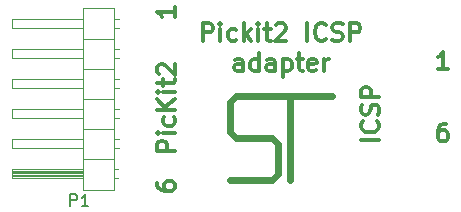
<source format=gbr>
G04 #@! TF.FileFunction,Legend,Top*
%FSLAX46Y46*%
G04 Gerber Fmt 4.6, Leading zero omitted, Abs format (unit mm)*
G04 Created by KiCad (PCBNEW 4.0.7) date 04/27/18 14:39:09*
%MOMM*%
%LPD*%
G01*
G04 APERTURE LIST*
%ADD10C,0.150000*%
%ADD11C,0.300000*%
%ADD12C,0.600000*%
%ADD13C,0.120000*%
G04 APERTURE END LIST*
D10*
D11*
X150653715Y-117669571D02*
X150368001Y-117669571D01*
X150225144Y-117741000D01*
X150153715Y-117812429D01*
X150010858Y-118026714D01*
X149939429Y-118312429D01*
X149939429Y-118883857D01*
X150010858Y-119026714D01*
X150082286Y-119098143D01*
X150225144Y-119169571D01*
X150510858Y-119169571D01*
X150653715Y-119098143D01*
X150725144Y-119026714D01*
X150796572Y-118883857D01*
X150796572Y-118526714D01*
X150725144Y-118383857D01*
X150653715Y-118312429D01*
X150510858Y-118241000D01*
X150225144Y-118241000D01*
X150082286Y-118312429D01*
X150010858Y-118383857D01*
X149939429Y-118526714D01*
X150796572Y-113073571D02*
X149939429Y-113073571D01*
X150368001Y-113073571D02*
X150368001Y-111573571D01*
X150225144Y-111787857D01*
X150082286Y-111930714D01*
X149939429Y-112002143D01*
X127678571Y-107775428D02*
X127678571Y-108632571D01*
X127678571Y-108203999D02*
X126178571Y-108203999D01*
X126392857Y-108346856D01*
X126535714Y-108489714D01*
X126607143Y-108632571D01*
X126178571Y-122650285D02*
X126178571Y-122935999D01*
X126250000Y-123078856D01*
X126321429Y-123150285D01*
X126535714Y-123293142D01*
X126821429Y-123364571D01*
X127392857Y-123364571D01*
X127535714Y-123293142D01*
X127607143Y-123221714D01*
X127678571Y-123078856D01*
X127678571Y-122793142D01*
X127607143Y-122650285D01*
X127535714Y-122578856D01*
X127392857Y-122507428D01*
X127035714Y-122507428D01*
X126892857Y-122578856D01*
X126821429Y-122650285D01*
X126750000Y-122793142D01*
X126750000Y-123078856D01*
X126821429Y-123221714D01*
X126892857Y-123293142D01*
X127035714Y-123364571D01*
D12*
X137414000Y-122428000D02*
X137414000Y-115316000D01*
X132842000Y-115316000D02*
X140970000Y-115316000D01*
X132334000Y-115824000D02*
X132842000Y-115316000D01*
X132334000Y-118364000D02*
X132334000Y-115824000D01*
X132842000Y-118872000D02*
X132334000Y-118364000D01*
X135890000Y-118872000D02*
X132842000Y-118872000D01*
X136398000Y-119380000D02*
X135890000Y-118872000D01*
X136398000Y-121920000D02*
X136398000Y-119380000D01*
X135890000Y-122428000D02*
X136398000Y-121920000D01*
X132334000Y-122428000D02*
X135890000Y-122428000D01*
D11*
X130009143Y-110655571D02*
X130009143Y-109155571D01*
X130580571Y-109155571D01*
X130723429Y-109227000D01*
X130794857Y-109298429D01*
X130866286Y-109441286D01*
X130866286Y-109655571D01*
X130794857Y-109798429D01*
X130723429Y-109869857D01*
X130580571Y-109941286D01*
X130009143Y-109941286D01*
X131509143Y-110655571D02*
X131509143Y-109655571D01*
X131509143Y-109155571D02*
X131437714Y-109227000D01*
X131509143Y-109298429D01*
X131580571Y-109227000D01*
X131509143Y-109155571D01*
X131509143Y-109298429D01*
X132866286Y-110584143D02*
X132723429Y-110655571D01*
X132437715Y-110655571D01*
X132294857Y-110584143D01*
X132223429Y-110512714D01*
X132152000Y-110369857D01*
X132152000Y-109941286D01*
X132223429Y-109798429D01*
X132294857Y-109727000D01*
X132437715Y-109655571D01*
X132723429Y-109655571D01*
X132866286Y-109727000D01*
X133509143Y-110655571D02*
X133509143Y-109155571D01*
X133652000Y-110084143D02*
X134080571Y-110655571D01*
X134080571Y-109655571D02*
X133509143Y-110227000D01*
X134723429Y-110655571D02*
X134723429Y-109655571D01*
X134723429Y-109155571D02*
X134652000Y-109227000D01*
X134723429Y-109298429D01*
X134794857Y-109227000D01*
X134723429Y-109155571D01*
X134723429Y-109298429D01*
X135223429Y-109655571D02*
X135794858Y-109655571D01*
X135437715Y-109155571D02*
X135437715Y-110441286D01*
X135509143Y-110584143D01*
X135652001Y-110655571D01*
X135794858Y-110655571D01*
X136223429Y-109298429D02*
X136294858Y-109227000D01*
X136437715Y-109155571D01*
X136794858Y-109155571D01*
X136937715Y-109227000D01*
X137009144Y-109298429D01*
X137080572Y-109441286D01*
X137080572Y-109584143D01*
X137009144Y-109798429D01*
X136152001Y-110655571D01*
X137080572Y-110655571D01*
X138866286Y-110655571D02*
X138866286Y-109155571D01*
X140437715Y-110512714D02*
X140366286Y-110584143D01*
X140152000Y-110655571D01*
X140009143Y-110655571D01*
X139794858Y-110584143D01*
X139652000Y-110441286D01*
X139580572Y-110298429D01*
X139509143Y-110012714D01*
X139509143Y-109798429D01*
X139580572Y-109512714D01*
X139652000Y-109369857D01*
X139794858Y-109227000D01*
X140009143Y-109155571D01*
X140152000Y-109155571D01*
X140366286Y-109227000D01*
X140437715Y-109298429D01*
X141009143Y-110584143D02*
X141223429Y-110655571D01*
X141580572Y-110655571D01*
X141723429Y-110584143D01*
X141794858Y-110512714D01*
X141866286Y-110369857D01*
X141866286Y-110227000D01*
X141794858Y-110084143D01*
X141723429Y-110012714D01*
X141580572Y-109941286D01*
X141294858Y-109869857D01*
X141152000Y-109798429D01*
X141080572Y-109727000D01*
X141009143Y-109584143D01*
X141009143Y-109441286D01*
X141080572Y-109298429D01*
X141152000Y-109227000D01*
X141294858Y-109155571D01*
X141652000Y-109155571D01*
X141866286Y-109227000D01*
X142509143Y-110655571D02*
X142509143Y-109155571D01*
X143080571Y-109155571D01*
X143223429Y-109227000D01*
X143294857Y-109298429D01*
X143366286Y-109441286D01*
X143366286Y-109655571D01*
X143294857Y-109798429D01*
X143223429Y-109869857D01*
X143080571Y-109941286D01*
X142509143Y-109941286D01*
X133402000Y-113205571D02*
X133402000Y-112419857D01*
X133330571Y-112277000D01*
X133187714Y-112205571D01*
X132902000Y-112205571D01*
X132759143Y-112277000D01*
X133402000Y-113134143D02*
X133259143Y-113205571D01*
X132902000Y-113205571D01*
X132759143Y-113134143D01*
X132687714Y-112991286D01*
X132687714Y-112848429D01*
X132759143Y-112705571D01*
X132902000Y-112634143D01*
X133259143Y-112634143D01*
X133402000Y-112562714D01*
X134759143Y-113205571D02*
X134759143Y-111705571D01*
X134759143Y-113134143D02*
X134616286Y-113205571D01*
X134330572Y-113205571D01*
X134187714Y-113134143D01*
X134116286Y-113062714D01*
X134044857Y-112919857D01*
X134044857Y-112491286D01*
X134116286Y-112348429D01*
X134187714Y-112277000D01*
X134330572Y-112205571D01*
X134616286Y-112205571D01*
X134759143Y-112277000D01*
X136116286Y-113205571D02*
X136116286Y-112419857D01*
X136044857Y-112277000D01*
X135902000Y-112205571D01*
X135616286Y-112205571D01*
X135473429Y-112277000D01*
X136116286Y-113134143D02*
X135973429Y-113205571D01*
X135616286Y-113205571D01*
X135473429Y-113134143D01*
X135402000Y-112991286D01*
X135402000Y-112848429D01*
X135473429Y-112705571D01*
X135616286Y-112634143D01*
X135973429Y-112634143D01*
X136116286Y-112562714D01*
X136830572Y-112205571D02*
X136830572Y-113705571D01*
X136830572Y-112277000D02*
X136973429Y-112205571D01*
X137259143Y-112205571D01*
X137402000Y-112277000D01*
X137473429Y-112348429D01*
X137544858Y-112491286D01*
X137544858Y-112919857D01*
X137473429Y-113062714D01*
X137402000Y-113134143D01*
X137259143Y-113205571D01*
X136973429Y-113205571D01*
X136830572Y-113134143D01*
X137973429Y-112205571D02*
X138544858Y-112205571D01*
X138187715Y-111705571D02*
X138187715Y-112991286D01*
X138259143Y-113134143D01*
X138402001Y-113205571D01*
X138544858Y-113205571D01*
X139616286Y-113134143D02*
X139473429Y-113205571D01*
X139187715Y-113205571D01*
X139044858Y-113134143D01*
X138973429Y-112991286D01*
X138973429Y-112419857D01*
X139044858Y-112277000D01*
X139187715Y-112205571D01*
X139473429Y-112205571D01*
X139616286Y-112277000D01*
X139687715Y-112419857D01*
X139687715Y-112562714D01*
X138973429Y-112705571D01*
X140330572Y-113205571D02*
X140330572Y-112205571D01*
X140330572Y-112491286D02*
X140402000Y-112348429D01*
X140473429Y-112277000D01*
X140616286Y-112205571D01*
X140759143Y-112205571D01*
X144950571Y-119054285D02*
X143450571Y-119054285D01*
X144807714Y-117482856D02*
X144879143Y-117554285D01*
X144950571Y-117768571D01*
X144950571Y-117911428D01*
X144879143Y-118125713D01*
X144736286Y-118268571D01*
X144593429Y-118339999D01*
X144307714Y-118411428D01*
X144093429Y-118411428D01*
X143807714Y-118339999D01*
X143664857Y-118268571D01*
X143522000Y-118125713D01*
X143450571Y-117911428D01*
X143450571Y-117768571D01*
X143522000Y-117554285D01*
X143593429Y-117482856D01*
X144879143Y-116911428D02*
X144950571Y-116697142D01*
X144950571Y-116339999D01*
X144879143Y-116197142D01*
X144807714Y-116125713D01*
X144664857Y-116054285D01*
X144522000Y-116054285D01*
X144379143Y-116125713D01*
X144307714Y-116197142D01*
X144236286Y-116339999D01*
X144164857Y-116625713D01*
X144093429Y-116768571D01*
X144022000Y-116839999D01*
X143879143Y-116911428D01*
X143736286Y-116911428D01*
X143593429Y-116839999D01*
X143522000Y-116768571D01*
X143450571Y-116625713D01*
X143450571Y-116268571D01*
X143522000Y-116054285D01*
X144950571Y-115411428D02*
X143450571Y-115411428D01*
X143450571Y-114840000D01*
X143522000Y-114697142D01*
X143593429Y-114625714D01*
X143736286Y-114554285D01*
X143950571Y-114554285D01*
X144093429Y-114625714D01*
X144164857Y-114697142D01*
X144236286Y-114840000D01*
X144236286Y-115411428D01*
X127678571Y-119974857D02*
X126178571Y-119974857D01*
X126178571Y-119403429D01*
X126250000Y-119260571D01*
X126321429Y-119189143D01*
X126464286Y-119117714D01*
X126678571Y-119117714D01*
X126821429Y-119189143D01*
X126892857Y-119260571D01*
X126964286Y-119403429D01*
X126964286Y-119974857D01*
X127678571Y-118474857D02*
X126678571Y-118474857D01*
X126178571Y-118474857D02*
X126250000Y-118546286D01*
X126321429Y-118474857D01*
X126250000Y-118403429D01*
X126178571Y-118474857D01*
X126321429Y-118474857D01*
X127607143Y-117117714D02*
X127678571Y-117260571D01*
X127678571Y-117546285D01*
X127607143Y-117689143D01*
X127535714Y-117760571D01*
X127392857Y-117832000D01*
X126964286Y-117832000D01*
X126821429Y-117760571D01*
X126750000Y-117689143D01*
X126678571Y-117546285D01*
X126678571Y-117260571D01*
X126750000Y-117117714D01*
X127678571Y-116474857D02*
X126178571Y-116474857D01*
X127678571Y-115617714D02*
X126821429Y-116260571D01*
X126178571Y-115617714D02*
X127035714Y-116474857D01*
X127678571Y-114974857D02*
X126678571Y-114974857D01*
X126178571Y-114974857D02*
X126250000Y-115046286D01*
X126321429Y-114974857D01*
X126250000Y-114903429D01*
X126178571Y-114974857D01*
X126321429Y-114974857D01*
X126678571Y-114474857D02*
X126678571Y-113903428D01*
X126178571Y-114260571D02*
X127464286Y-114260571D01*
X127607143Y-114189143D01*
X127678571Y-114046285D01*
X127678571Y-113903428D01*
X126321429Y-113474857D02*
X126250000Y-113403428D01*
X126178571Y-113260571D01*
X126178571Y-112903428D01*
X126250000Y-112760571D01*
X126321429Y-112689142D01*
X126464286Y-112617714D01*
X126607143Y-112617714D01*
X126821429Y-112689142D01*
X127678571Y-113546285D01*
X127678571Y-112617714D01*
D13*
X122512000Y-123250000D02*
X122512000Y-107890000D01*
X122512000Y-107890000D02*
X119852000Y-107890000D01*
X119852000Y-107890000D02*
X119852000Y-123250000D01*
X119852000Y-123250000D02*
X122512000Y-123250000D01*
X119852000Y-122300000D02*
X113852000Y-122300000D01*
X113852000Y-122300000D02*
X113852000Y-121540000D01*
X113852000Y-121540000D02*
X119852000Y-121540000D01*
X119852000Y-122240000D02*
X113852000Y-122240000D01*
X119852000Y-122120000D02*
X113852000Y-122120000D01*
X119852000Y-122000000D02*
X113852000Y-122000000D01*
X119852000Y-121880000D02*
X113852000Y-121880000D01*
X119852000Y-121760000D02*
X113852000Y-121760000D01*
X119852000Y-121640000D02*
X113852000Y-121640000D01*
X122842000Y-122300000D02*
X122512000Y-122300000D01*
X122842000Y-121540000D02*
X122512000Y-121540000D01*
X122512000Y-120650000D02*
X119852000Y-120650000D01*
X119852000Y-119760000D02*
X113852000Y-119760000D01*
X113852000Y-119760000D02*
X113852000Y-119000000D01*
X113852000Y-119000000D02*
X119852000Y-119000000D01*
X122909071Y-119760000D02*
X122512000Y-119760000D01*
X122909071Y-119000000D02*
X122512000Y-119000000D01*
X122512000Y-118110000D02*
X119852000Y-118110000D01*
X119852000Y-117220000D02*
X113852000Y-117220000D01*
X113852000Y-117220000D02*
X113852000Y-116460000D01*
X113852000Y-116460000D02*
X119852000Y-116460000D01*
X122909071Y-117220000D02*
X122512000Y-117220000D01*
X122909071Y-116460000D02*
X122512000Y-116460000D01*
X122512000Y-115570000D02*
X119852000Y-115570000D01*
X119852000Y-114680000D02*
X113852000Y-114680000D01*
X113852000Y-114680000D02*
X113852000Y-113920000D01*
X113852000Y-113920000D02*
X119852000Y-113920000D01*
X122909071Y-114680000D02*
X122512000Y-114680000D01*
X122909071Y-113920000D02*
X122512000Y-113920000D01*
X122512000Y-113030000D02*
X119852000Y-113030000D01*
X119852000Y-112140000D02*
X113852000Y-112140000D01*
X113852000Y-112140000D02*
X113852000Y-111380000D01*
X113852000Y-111380000D02*
X119852000Y-111380000D01*
X122909071Y-112140000D02*
X122512000Y-112140000D01*
X122909071Y-111380000D02*
X122512000Y-111380000D01*
X122512000Y-110490000D02*
X119852000Y-110490000D01*
X119852000Y-109600000D02*
X113852000Y-109600000D01*
X113852000Y-109600000D02*
X113852000Y-108840000D01*
X113852000Y-108840000D02*
X119852000Y-108840000D01*
X122909071Y-109600000D02*
X122512000Y-109600000D01*
X122909071Y-108840000D02*
X122512000Y-108840000D01*
D10*
X118828905Y-124642381D02*
X118828905Y-123642381D01*
X119209858Y-123642381D01*
X119305096Y-123690000D01*
X119352715Y-123737619D01*
X119400334Y-123832857D01*
X119400334Y-123975714D01*
X119352715Y-124070952D01*
X119305096Y-124118571D01*
X119209858Y-124166190D01*
X118828905Y-124166190D01*
X120352715Y-124642381D02*
X119781286Y-124642381D01*
X120067000Y-124642381D02*
X120067000Y-123642381D01*
X119971762Y-123785238D01*
X119876524Y-123880476D01*
X119781286Y-123928095D01*
M02*

</source>
